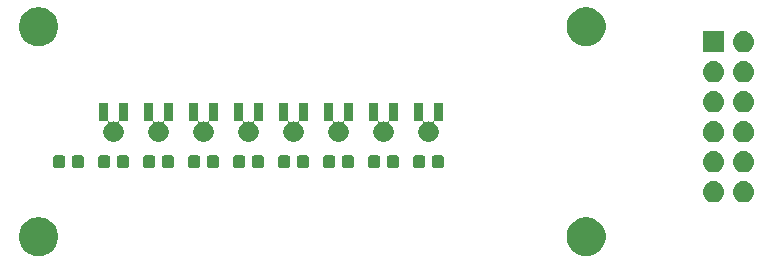
<source format=gts>
G04 #@! TF.GenerationSoftware,KiCad,Pcbnew,5.1.4-e60b266~84~ubuntu18.04.1*
G04 #@! TF.CreationDate,2019-11-10T13:24:48-08:00*
G04 #@! TF.ProjectId,mic,6d69632e-6b69-4636-9164-5f7063625858,rev?*
G04 #@! TF.SameCoordinates,Original*
G04 #@! TF.FileFunction,Soldermask,Top*
G04 #@! TF.FilePolarity,Negative*
%FSLAX46Y46*%
G04 Gerber Fmt 4.6, Leading zero omitted, Abs format (unit mm)*
G04 Created by KiCad (PCBNEW 5.1.4-e60b266~84~ubuntu18.04.1) date 2019-11-10 13:24:48*
%MOMM*%
%LPD*%
G04 APERTURE LIST*
%ADD10C,0.100000*%
G04 APERTURE END LIST*
D10*
G36*
X164840256Y-108881298D02*
G01*
X164946579Y-108902447D01*
X165247042Y-109026903D01*
X165517451Y-109207585D01*
X165747415Y-109437549D01*
X165928097Y-109707958D01*
X166052553Y-110008421D01*
X166116000Y-110327391D01*
X166116000Y-110652609D01*
X166052553Y-110971579D01*
X165928097Y-111272042D01*
X165747415Y-111542451D01*
X165517451Y-111772415D01*
X165247042Y-111953097D01*
X164946579Y-112077553D01*
X164840256Y-112098702D01*
X164627611Y-112141000D01*
X164302389Y-112141000D01*
X164089744Y-112098702D01*
X163983421Y-112077553D01*
X163682958Y-111953097D01*
X163412549Y-111772415D01*
X163182585Y-111542451D01*
X163001903Y-111272042D01*
X162877447Y-110971579D01*
X162814000Y-110652609D01*
X162814000Y-110327391D01*
X162877447Y-110008421D01*
X163001903Y-109707958D01*
X163182585Y-109437549D01*
X163412549Y-109207585D01*
X163682958Y-109026903D01*
X163983421Y-108902447D01*
X164089744Y-108881298D01*
X164302389Y-108839000D01*
X164627611Y-108839000D01*
X164840256Y-108881298D01*
X164840256Y-108881298D01*
G37*
G36*
X118485256Y-108881298D02*
G01*
X118591579Y-108902447D01*
X118892042Y-109026903D01*
X119162451Y-109207585D01*
X119392415Y-109437549D01*
X119573097Y-109707958D01*
X119697553Y-110008421D01*
X119761000Y-110327391D01*
X119761000Y-110652609D01*
X119697553Y-110971579D01*
X119573097Y-111272042D01*
X119392415Y-111542451D01*
X119162451Y-111772415D01*
X118892042Y-111953097D01*
X118591579Y-112077553D01*
X118485256Y-112098702D01*
X118272611Y-112141000D01*
X117947389Y-112141000D01*
X117734744Y-112098702D01*
X117628421Y-112077553D01*
X117327958Y-111953097D01*
X117057549Y-111772415D01*
X116827585Y-111542451D01*
X116646903Y-111272042D01*
X116522447Y-110971579D01*
X116459000Y-110652609D01*
X116459000Y-110327391D01*
X116522447Y-110008421D01*
X116646903Y-109707958D01*
X116827585Y-109437549D01*
X117057549Y-109207585D01*
X117327958Y-109026903D01*
X117628421Y-108902447D01*
X117734744Y-108881298D01*
X117947389Y-108839000D01*
X118272611Y-108839000D01*
X118485256Y-108881298D01*
X118485256Y-108881298D01*
G37*
G36*
X175370443Y-105785519D02*
G01*
X175436627Y-105792037D01*
X175606466Y-105843557D01*
X175762991Y-105927222D01*
X175798729Y-105956552D01*
X175900186Y-106039814D01*
X175983448Y-106141271D01*
X176012778Y-106177009D01*
X176096443Y-106333534D01*
X176147963Y-106503373D01*
X176165359Y-106680000D01*
X176147963Y-106856627D01*
X176096443Y-107026466D01*
X176012778Y-107182991D01*
X175983448Y-107218729D01*
X175900186Y-107320186D01*
X175798729Y-107403448D01*
X175762991Y-107432778D01*
X175606466Y-107516443D01*
X175436627Y-107567963D01*
X175370443Y-107574481D01*
X175304260Y-107581000D01*
X175215740Y-107581000D01*
X175149557Y-107574481D01*
X175083373Y-107567963D01*
X174913534Y-107516443D01*
X174757009Y-107432778D01*
X174721271Y-107403448D01*
X174619814Y-107320186D01*
X174536552Y-107218729D01*
X174507222Y-107182991D01*
X174423557Y-107026466D01*
X174372037Y-106856627D01*
X174354641Y-106680000D01*
X174372037Y-106503373D01*
X174423557Y-106333534D01*
X174507222Y-106177009D01*
X174536552Y-106141271D01*
X174619814Y-106039814D01*
X174721271Y-105956552D01*
X174757009Y-105927222D01*
X174913534Y-105843557D01*
X175083373Y-105792037D01*
X175149557Y-105785519D01*
X175215740Y-105779000D01*
X175304260Y-105779000D01*
X175370443Y-105785519D01*
X175370443Y-105785519D01*
G37*
G36*
X177910443Y-105785519D02*
G01*
X177976627Y-105792037D01*
X178146466Y-105843557D01*
X178302991Y-105927222D01*
X178338729Y-105956552D01*
X178440186Y-106039814D01*
X178523448Y-106141271D01*
X178552778Y-106177009D01*
X178636443Y-106333534D01*
X178687963Y-106503373D01*
X178705359Y-106680000D01*
X178687963Y-106856627D01*
X178636443Y-107026466D01*
X178552778Y-107182991D01*
X178523448Y-107218729D01*
X178440186Y-107320186D01*
X178338729Y-107403448D01*
X178302991Y-107432778D01*
X178146466Y-107516443D01*
X177976627Y-107567963D01*
X177910443Y-107574481D01*
X177844260Y-107581000D01*
X177755740Y-107581000D01*
X177689557Y-107574481D01*
X177623373Y-107567963D01*
X177453534Y-107516443D01*
X177297009Y-107432778D01*
X177261271Y-107403448D01*
X177159814Y-107320186D01*
X177076552Y-107218729D01*
X177047222Y-107182991D01*
X176963557Y-107026466D01*
X176912037Y-106856627D01*
X176894641Y-106680000D01*
X176912037Y-106503373D01*
X176963557Y-106333534D01*
X177047222Y-106177009D01*
X177076552Y-106141271D01*
X177159814Y-106039814D01*
X177261271Y-105956552D01*
X177297009Y-105927222D01*
X177453534Y-105843557D01*
X177623373Y-105792037D01*
X177689557Y-105785519D01*
X177755740Y-105779000D01*
X177844260Y-105779000D01*
X177910443Y-105785519D01*
X177910443Y-105785519D01*
G37*
G36*
X175370443Y-103245519D02*
G01*
X175436627Y-103252037D01*
X175606466Y-103303557D01*
X175762991Y-103387222D01*
X175798729Y-103416552D01*
X175900186Y-103499814D01*
X175983448Y-103601271D01*
X176012778Y-103637009D01*
X176096443Y-103793534D01*
X176147963Y-103963373D01*
X176165359Y-104140000D01*
X176147963Y-104316627D01*
X176096443Y-104486466D01*
X176012778Y-104642991D01*
X175997746Y-104661307D01*
X175900186Y-104780186D01*
X175798729Y-104863448D01*
X175762991Y-104892778D01*
X175606466Y-104976443D01*
X175436627Y-105027963D01*
X175370442Y-105034482D01*
X175304260Y-105041000D01*
X175215740Y-105041000D01*
X175149557Y-105034481D01*
X175083373Y-105027963D01*
X174913534Y-104976443D01*
X174757009Y-104892778D01*
X174721271Y-104863448D01*
X174619814Y-104780186D01*
X174522254Y-104661307D01*
X174507222Y-104642991D01*
X174423557Y-104486466D01*
X174372037Y-104316627D01*
X174354641Y-104140000D01*
X174372037Y-103963373D01*
X174423557Y-103793534D01*
X174507222Y-103637009D01*
X174536552Y-103601271D01*
X174619814Y-103499814D01*
X174721271Y-103416552D01*
X174757009Y-103387222D01*
X174913534Y-103303557D01*
X175083373Y-103252037D01*
X175149558Y-103245518D01*
X175215740Y-103239000D01*
X175304260Y-103239000D01*
X175370443Y-103245519D01*
X175370443Y-103245519D01*
G37*
G36*
X177910443Y-103245519D02*
G01*
X177976627Y-103252037D01*
X178146466Y-103303557D01*
X178302991Y-103387222D01*
X178338729Y-103416552D01*
X178440186Y-103499814D01*
X178523448Y-103601271D01*
X178552778Y-103637009D01*
X178636443Y-103793534D01*
X178687963Y-103963373D01*
X178705359Y-104140000D01*
X178687963Y-104316627D01*
X178636443Y-104486466D01*
X178552778Y-104642991D01*
X178537746Y-104661307D01*
X178440186Y-104780186D01*
X178338729Y-104863448D01*
X178302991Y-104892778D01*
X178146466Y-104976443D01*
X177976627Y-105027963D01*
X177910442Y-105034482D01*
X177844260Y-105041000D01*
X177755740Y-105041000D01*
X177689557Y-105034481D01*
X177623373Y-105027963D01*
X177453534Y-104976443D01*
X177297009Y-104892778D01*
X177261271Y-104863448D01*
X177159814Y-104780186D01*
X177062254Y-104661307D01*
X177047222Y-104642991D01*
X176963557Y-104486466D01*
X176912037Y-104316627D01*
X176894641Y-104140000D01*
X176912037Y-103963373D01*
X176963557Y-103793534D01*
X177047222Y-103637009D01*
X177076552Y-103601271D01*
X177159814Y-103499814D01*
X177261271Y-103416552D01*
X177297009Y-103387222D01*
X177453534Y-103303557D01*
X177623373Y-103252037D01*
X177689558Y-103245518D01*
X177755740Y-103239000D01*
X177844260Y-103239000D01*
X177910443Y-103245519D01*
X177910443Y-103245519D01*
G37*
G36*
X139254591Y-103618085D02*
G01*
X139288569Y-103628393D01*
X139319890Y-103645134D01*
X139347339Y-103667661D01*
X139369866Y-103695110D01*
X139386607Y-103726431D01*
X139396915Y-103760409D01*
X139401000Y-103801890D01*
X139401000Y-104478110D01*
X139396915Y-104519591D01*
X139386607Y-104553569D01*
X139369866Y-104584890D01*
X139347339Y-104612339D01*
X139319890Y-104634866D01*
X139288569Y-104651607D01*
X139254591Y-104661915D01*
X139213110Y-104666000D01*
X138611890Y-104666000D01*
X138570409Y-104661915D01*
X138536431Y-104651607D01*
X138505110Y-104634866D01*
X138477661Y-104612339D01*
X138455134Y-104584890D01*
X138438393Y-104553569D01*
X138428085Y-104519591D01*
X138424000Y-104478110D01*
X138424000Y-103801890D01*
X138428085Y-103760409D01*
X138438393Y-103726431D01*
X138455134Y-103695110D01*
X138477661Y-103667661D01*
X138505110Y-103645134D01*
X138536431Y-103628393D01*
X138570409Y-103618085D01*
X138611890Y-103614000D01*
X139213110Y-103614000D01*
X139254591Y-103618085D01*
X139254591Y-103618085D01*
G37*
G36*
X125589591Y-103618085D02*
G01*
X125623569Y-103628393D01*
X125654890Y-103645134D01*
X125682339Y-103667661D01*
X125704866Y-103695110D01*
X125721607Y-103726431D01*
X125731915Y-103760409D01*
X125736000Y-103801890D01*
X125736000Y-104478110D01*
X125731915Y-104519591D01*
X125721607Y-104553569D01*
X125704866Y-104584890D01*
X125682339Y-104612339D01*
X125654890Y-104634866D01*
X125623569Y-104651607D01*
X125589591Y-104661915D01*
X125548110Y-104666000D01*
X124946890Y-104666000D01*
X124905409Y-104661915D01*
X124871431Y-104651607D01*
X124840110Y-104634866D01*
X124812661Y-104612339D01*
X124790134Y-104584890D01*
X124773393Y-104553569D01*
X124763085Y-104519591D01*
X124759000Y-104478110D01*
X124759000Y-103801890D01*
X124763085Y-103760409D01*
X124773393Y-103726431D01*
X124790134Y-103695110D01*
X124812661Y-103667661D01*
X124840110Y-103645134D01*
X124871431Y-103628393D01*
X124905409Y-103618085D01*
X124946890Y-103614000D01*
X125548110Y-103614000D01*
X125589591Y-103618085D01*
X125589591Y-103618085D01*
G37*
G36*
X137019591Y-103618085D02*
G01*
X137053569Y-103628393D01*
X137084890Y-103645134D01*
X137112339Y-103667661D01*
X137134866Y-103695110D01*
X137151607Y-103726431D01*
X137161915Y-103760409D01*
X137166000Y-103801890D01*
X137166000Y-104478110D01*
X137161915Y-104519591D01*
X137151607Y-104553569D01*
X137134866Y-104584890D01*
X137112339Y-104612339D01*
X137084890Y-104634866D01*
X137053569Y-104651607D01*
X137019591Y-104661915D01*
X136978110Y-104666000D01*
X136376890Y-104666000D01*
X136335409Y-104661915D01*
X136301431Y-104651607D01*
X136270110Y-104634866D01*
X136242661Y-104612339D01*
X136220134Y-104584890D01*
X136203393Y-104553569D01*
X136193085Y-104519591D01*
X136189000Y-104478110D01*
X136189000Y-103801890D01*
X136193085Y-103760409D01*
X136203393Y-103726431D01*
X136220134Y-103695110D01*
X136242661Y-103667661D01*
X136270110Y-103645134D01*
X136301431Y-103628393D01*
X136335409Y-103618085D01*
X136376890Y-103614000D01*
X136978110Y-103614000D01*
X137019591Y-103618085D01*
X137019591Y-103618085D01*
G37*
G36*
X135444591Y-103618085D02*
G01*
X135478569Y-103628393D01*
X135509890Y-103645134D01*
X135537339Y-103667661D01*
X135559866Y-103695110D01*
X135576607Y-103726431D01*
X135586915Y-103760409D01*
X135591000Y-103801890D01*
X135591000Y-104478110D01*
X135586915Y-104519591D01*
X135576607Y-104553569D01*
X135559866Y-104584890D01*
X135537339Y-104612339D01*
X135509890Y-104634866D01*
X135478569Y-104651607D01*
X135444591Y-104661915D01*
X135403110Y-104666000D01*
X134801890Y-104666000D01*
X134760409Y-104661915D01*
X134726431Y-104651607D01*
X134695110Y-104634866D01*
X134667661Y-104612339D01*
X134645134Y-104584890D01*
X134628393Y-104553569D01*
X134618085Y-104519591D01*
X134614000Y-104478110D01*
X134614000Y-103801890D01*
X134618085Y-103760409D01*
X134628393Y-103726431D01*
X134645134Y-103695110D01*
X134667661Y-103667661D01*
X134695110Y-103645134D01*
X134726431Y-103628393D01*
X134760409Y-103618085D01*
X134801890Y-103614000D01*
X135403110Y-103614000D01*
X135444591Y-103618085D01*
X135444591Y-103618085D01*
G37*
G36*
X140829591Y-103618085D02*
G01*
X140863569Y-103628393D01*
X140894890Y-103645134D01*
X140922339Y-103667661D01*
X140944866Y-103695110D01*
X140961607Y-103726431D01*
X140971915Y-103760409D01*
X140976000Y-103801890D01*
X140976000Y-104478110D01*
X140971915Y-104519591D01*
X140961607Y-104553569D01*
X140944866Y-104584890D01*
X140922339Y-104612339D01*
X140894890Y-104634866D01*
X140863569Y-104651607D01*
X140829591Y-104661915D01*
X140788110Y-104666000D01*
X140186890Y-104666000D01*
X140145409Y-104661915D01*
X140111431Y-104651607D01*
X140080110Y-104634866D01*
X140052661Y-104612339D01*
X140030134Y-104584890D01*
X140013393Y-104553569D01*
X140003085Y-104519591D01*
X139999000Y-104478110D01*
X139999000Y-103801890D01*
X140003085Y-103760409D01*
X140013393Y-103726431D01*
X140030134Y-103695110D01*
X140052661Y-103667661D01*
X140080110Y-103645134D01*
X140111431Y-103628393D01*
X140145409Y-103618085D01*
X140186890Y-103614000D01*
X140788110Y-103614000D01*
X140829591Y-103618085D01*
X140829591Y-103618085D01*
G37*
G36*
X152259591Y-103618085D02*
G01*
X152293569Y-103628393D01*
X152324890Y-103645134D01*
X152352339Y-103667661D01*
X152374866Y-103695110D01*
X152391607Y-103726431D01*
X152401915Y-103760409D01*
X152406000Y-103801890D01*
X152406000Y-104478110D01*
X152401915Y-104519591D01*
X152391607Y-104553569D01*
X152374866Y-104584890D01*
X152352339Y-104612339D01*
X152324890Y-104634866D01*
X152293569Y-104651607D01*
X152259591Y-104661915D01*
X152218110Y-104666000D01*
X151616890Y-104666000D01*
X151575409Y-104661915D01*
X151541431Y-104651607D01*
X151510110Y-104634866D01*
X151482661Y-104612339D01*
X151460134Y-104584890D01*
X151443393Y-104553569D01*
X151433085Y-104519591D01*
X151429000Y-104478110D01*
X151429000Y-103801890D01*
X151433085Y-103760409D01*
X151443393Y-103726431D01*
X151460134Y-103695110D01*
X151482661Y-103667661D01*
X151510110Y-103645134D01*
X151541431Y-103628393D01*
X151575409Y-103618085D01*
X151616890Y-103614000D01*
X152218110Y-103614000D01*
X152259591Y-103618085D01*
X152259591Y-103618085D01*
G37*
G36*
X150684591Y-103618085D02*
G01*
X150718569Y-103628393D01*
X150749890Y-103645134D01*
X150777339Y-103667661D01*
X150799866Y-103695110D01*
X150816607Y-103726431D01*
X150826915Y-103760409D01*
X150831000Y-103801890D01*
X150831000Y-104478110D01*
X150826915Y-104519591D01*
X150816607Y-104553569D01*
X150799866Y-104584890D01*
X150777339Y-104612339D01*
X150749890Y-104634866D01*
X150718569Y-104651607D01*
X150684591Y-104661915D01*
X150643110Y-104666000D01*
X150041890Y-104666000D01*
X150000409Y-104661915D01*
X149966431Y-104651607D01*
X149935110Y-104634866D01*
X149907661Y-104612339D01*
X149885134Y-104584890D01*
X149868393Y-104553569D01*
X149858085Y-104519591D01*
X149854000Y-104478110D01*
X149854000Y-103801890D01*
X149858085Y-103760409D01*
X149868393Y-103726431D01*
X149885134Y-103695110D01*
X149907661Y-103667661D01*
X149935110Y-103645134D01*
X149966431Y-103628393D01*
X150000409Y-103618085D01*
X150041890Y-103614000D01*
X150643110Y-103614000D01*
X150684591Y-103618085D01*
X150684591Y-103618085D01*
G37*
G36*
X129399591Y-103618085D02*
G01*
X129433569Y-103628393D01*
X129464890Y-103645134D01*
X129492339Y-103667661D01*
X129514866Y-103695110D01*
X129531607Y-103726431D01*
X129541915Y-103760409D01*
X129546000Y-103801890D01*
X129546000Y-104478110D01*
X129541915Y-104519591D01*
X129531607Y-104553569D01*
X129514866Y-104584890D01*
X129492339Y-104612339D01*
X129464890Y-104634866D01*
X129433569Y-104651607D01*
X129399591Y-104661915D01*
X129358110Y-104666000D01*
X128756890Y-104666000D01*
X128715409Y-104661915D01*
X128681431Y-104651607D01*
X128650110Y-104634866D01*
X128622661Y-104612339D01*
X128600134Y-104584890D01*
X128583393Y-104553569D01*
X128573085Y-104519591D01*
X128569000Y-104478110D01*
X128569000Y-103801890D01*
X128573085Y-103760409D01*
X128583393Y-103726431D01*
X128600134Y-103695110D01*
X128622661Y-103667661D01*
X128650110Y-103645134D01*
X128681431Y-103628393D01*
X128715409Y-103618085D01*
X128756890Y-103614000D01*
X129358110Y-103614000D01*
X129399591Y-103618085D01*
X129399591Y-103618085D01*
G37*
G36*
X127824591Y-103618085D02*
G01*
X127858569Y-103628393D01*
X127889890Y-103645134D01*
X127917339Y-103667661D01*
X127939866Y-103695110D01*
X127956607Y-103726431D01*
X127966915Y-103760409D01*
X127971000Y-103801890D01*
X127971000Y-104478110D01*
X127966915Y-104519591D01*
X127956607Y-104553569D01*
X127939866Y-104584890D01*
X127917339Y-104612339D01*
X127889890Y-104634866D01*
X127858569Y-104651607D01*
X127824591Y-104661915D01*
X127783110Y-104666000D01*
X127181890Y-104666000D01*
X127140409Y-104661915D01*
X127106431Y-104651607D01*
X127075110Y-104634866D01*
X127047661Y-104612339D01*
X127025134Y-104584890D01*
X127008393Y-104553569D01*
X126998085Y-104519591D01*
X126994000Y-104478110D01*
X126994000Y-103801890D01*
X126998085Y-103760409D01*
X127008393Y-103726431D01*
X127025134Y-103695110D01*
X127047661Y-103667661D01*
X127075110Y-103645134D01*
X127106431Y-103628393D01*
X127140409Y-103618085D01*
X127181890Y-103614000D01*
X127783110Y-103614000D01*
X127824591Y-103618085D01*
X127824591Y-103618085D01*
G37*
G36*
X131634591Y-103618085D02*
G01*
X131668569Y-103628393D01*
X131699890Y-103645134D01*
X131727339Y-103667661D01*
X131749866Y-103695110D01*
X131766607Y-103726431D01*
X131776915Y-103760409D01*
X131781000Y-103801890D01*
X131781000Y-104478110D01*
X131776915Y-104519591D01*
X131766607Y-104553569D01*
X131749866Y-104584890D01*
X131727339Y-104612339D01*
X131699890Y-104634866D01*
X131668569Y-104651607D01*
X131634591Y-104661915D01*
X131593110Y-104666000D01*
X130991890Y-104666000D01*
X130950409Y-104661915D01*
X130916431Y-104651607D01*
X130885110Y-104634866D01*
X130857661Y-104612339D01*
X130835134Y-104584890D01*
X130818393Y-104553569D01*
X130808085Y-104519591D01*
X130804000Y-104478110D01*
X130804000Y-103801890D01*
X130808085Y-103760409D01*
X130818393Y-103726431D01*
X130835134Y-103695110D01*
X130857661Y-103667661D01*
X130885110Y-103645134D01*
X130916431Y-103628393D01*
X130950409Y-103618085D01*
X130991890Y-103614000D01*
X131593110Y-103614000D01*
X131634591Y-103618085D01*
X131634591Y-103618085D01*
G37*
G36*
X144639591Y-103618085D02*
G01*
X144673569Y-103628393D01*
X144704890Y-103645134D01*
X144732339Y-103667661D01*
X144754866Y-103695110D01*
X144771607Y-103726431D01*
X144781915Y-103760409D01*
X144786000Y-103801890D01*
X144786000Y-104478110D01*
X144781915Y-104519591D01*
X144771607Y-104553569D01*
X144754866Y-104584890D01*
X144732339Y-104612339D01*
X144704890Y-104634866D01*
X144673569Y-104651607D01*
X144639591Y-104661915D01*
X144598110Y-104666000D01*
X143996890Y-104666000D01*
X143955409Y-104661915D01*
X143921431Y-104651607D01*
X143890110Y-104634866D01*
X143862661Y-104612339D01*
X143840134Y-104584890D01*
X143823393Y-104553569D01*
X143813085Y-104519591D01*
X143809000Y-104478110D01*
X143809000Y-103801890D01*
X143813085Y-103760409D01*
X143823393Y-103726431D01*
X143840134Y-103695110D01*
X143862661Y-103667661D01*
X143890110Y-103645134D01*
X143921431Y-103628393D01*
X143955409Y-103618085D01*
X143996890Y-103614000D01*
X144598110Y-103614000D01*
X144639591Y-103618085D01*
X144639591Y-103618085D01*
G37*
G36*
X143064591Y-103618085D02*
G01*
X143098569Y-103628393D01*
X143129890Y-103645134D01*
X143157339Y-103667661D01*
X143179866Y-103695110D01*
X143196607Y-103726431D01*
X143206915Y-103760409D01*
X143211000Y-103801890D01*
X143211000Y-104478110D01*
X143206915Y-104519591D01*
X143196607Y-104553569D01*
X143179866Y-104584890D01*
X143157339Y-104612339D01*
X143129890Y-104634866D01*
X143098569Y-104651607D01*
X143064591Y-104661915D01*
X143023110Y-104666000D01*
X142421890Y-104666000D01*
X142380409Y-104661915D01*
X142346431Y-104651607D01*
X142315110Y-104634866D01*
X142287661Y-104612339D01*
X142265134Y-104584890D01*
X142248393Y-104553569D01*
X142238085Y-104519591D01*
X142234000Y-104478110D01*
X142234000Y-103801890D01*
X142238085Y-103760409D01*
X142248393Y-103726431D01*
X142265134Y-103695110D01*
X142287661Y-103667661D01*
X142315110Y-103645134D01*
X142346431Y-103628393D01*
X142380409Y-103618085D01*
X142421890Y-103614000D01*
X143023110Y-103614000D01*
X143064591Y-103618085D01*
X143064591Y-103618085D01*
G37*
G36*
X133209591Y-103618085D02*
G01*
X133243569Y-103628393D01*
X133274890Y-103645134D01*
X133302339Y-103667661D01*
X133324866Y-103695110D01*
X133341607Y-103726431D01*
X133351915Y-103760409D01*
X133356000Y-103801890D01*
X133356000Y-104478110D01*
X133351915Y-104519591D01*
X133341607Y-104553569D01*
X133324866Y-104584890D01*
X133302339Y-104612339D01*
X133274890Y-104634866D01*
X133243569Y-104651607D01*
X133209591Y-104661915D01*
X133168110Y-104666000D01*
X132566890Y-104666000D01*
X132525409Y-104661915D01*
X132491431Y-104651607D01*
X132460110Y-104634866D01*
X132432661Y-104612339D01*
X132410134Y-104584890D01*
X132393393Y-104553569D01*
X132383085Y-104519591D01*
X132379000Y-104478110D01*
X132379000Y-103801890D01*
X132383085Y-103760409D01*
X132393393Y-103726431D01*
X132410134Y-103695110D01*
X132432661Y-103667661D01*
X132460110Y-103645134D01*
X132491431Y-103628393D01*
X132525409Y-103618085D01*
X132566890Y-103614000D01*
X133168110Y-103614000D01*
X133209591Y-103618085D01*
X133209591Y-103618085D01*
G37*
G36*
X148449591Y-103618085D02*
G01*
X148483569Y-103628393D01*
X148514890Y-103645134D01*
X148542339Y-103667661D01*
X148564866Y-103695110D01*
X148581607Y-103726431D01*
X148591915Y-103760409D01*
X148596000Y-103801890D01*
X148596000Y-104478110D01*
X148591915Y-104519591D01*
X148581607Y-104553569D01*
X148564866Y-104584890D01*
X148542339Y-104612339D01*
X148514890Y-104634866D01*
X148483569Y-104651607D01*
X148449591Y-104661915D01*
X148408110Y-104666000D01*
X147806890Y-104666000D01*
X147765409Y-104661915D01*
X147731431Y-104651607D01*
X147700110Y-104634866D01*
X147672661Y-104612339D01*
X147650134Y-104584890D01*
X147633393Y-104553569D01*
X147623085Y-104519591D01*
X147619000Y-104478110D01*
X147619000Y-103801890D01*
X147623085Y-103760409D01*
X147633393Y-103726431D01*
X147650134Y-103695110D01*
X147672661Y-103667661D01*
X147700110Y-103645134D01*
X147731431Y-103628393D01*
X147765409Y-103618085D01*
X147806890Y-103614000D01*
X148408110Y-103614000D01*
X148449591Y-103618085D01*
X148449591Y-103618085D01*
G37*
G36*
X146874591Y-103618085D02*
G01*
X146908569Y-103628393D01*
X146939890Y-103645134D01*
X146967339Y-103667661D01*
X146989866Y-103695110D01*
X147006607Y-103726431D01*
X147016915Y-103760409D01*
X147021000Y-103801890D01*
X147021000Y-104478110D01*
X147016915Y-104519591D01*
X147006607Y-104553569D01*
X146989866Y-104584890D01*
X146967339Y-104612339D01*
X146939890Y-104634866D01*
X146908569Y-104651607D01*
X146874591Y-104661915D01*
X146833110Y-104666000D01*
X146231890Y-104666000D01*
X146190409Y-104661915D01*
X146156431Y-104651607D01*
X146125110Y-104634866D01*
X146097661Y-104612339D01*
X146075134Y-104584890D01*
X146058393Y-104553569D01*
X146048085Y-104519591D01*
X146044000Y-104478110D01*
X146044000Y-103801890D01*
X146048085Y-103760409D01*
X146058393Y-103726431D01*
X146075134Y-103695110D01*
X146097661Y-103667661D01*
X146125110Y-103645134D01*
X146156431Y-103628393D01*
X146190409Y-103618085D01*
X146231890Y-103614000D01*
X146833110Y-103614000D01*
X146874591Y-103618085D01*
X146874591Y-103618085D01*
G37*
G36*
X121779591Y-103618085D02*
G01*
X121813569Y-103628393D01*
X121844890Y-103645134D01*
X121872339Y-103667661D01*
X121894866Y-103695110D01*
X121911607Y-103726431D01*
X121921915Y-103760409D01*
X121926000Y-103801890D01*
X121926000Y-104478110D01*
X121921915Y-104519591D01*
X121911607Y-104553569D01*
X121894866Y-104584890D01*
X121872339Y-104612339D01*
X121844890Y-104634866D01*
X121813569Y-104651607D01*
X121779591Y-104661915D01*
X121738110Y-104666000D01*
X121136890Y-104666000D01*
X121095409Y-104661915D01*
X121061431Y-104651607D01*
X121030110Y-104634866D01*
X121002661Y-104612339D01*
X120980134Y-104584890D01*
X120963393Y-104553569D01*
X120953085Y-104519591D01*
X120949000Y-104478110D01*
X120949000Y-103801890D01*
X120953085Y-103760409D01*
X120963393Y-103726431D01*
X120980134Y-103695110D01*
X121002661Y-103667661D01*
X121030110Y-103645134D01*
X121061431Y-103628393D01*
X121095409Y-103618085D01*
X121136890Y-103614000D01*
X121738110Y-103614000D01*
X121779591Y-103618085D01*
X121779591Y-103618085D01*
G37*
G36*
X120204591Y-103618085D02*
G01*
X120238569Y-103628393D01*
X120269890Y-103645134D01*
X120297339Y-103667661D01*
X120319866Y-103695110D01*
X120336607Y-103726431D01*
X120346915Y-103760409D01*
X120351000Y-103801890D01*
X120351000Y-104478110D01*
X120346915Y-104519591D01*
X120336607Y-104553569D01*
X120319866Y-104584890D01*
X120297339Y-104612339D01*
X120269890Y-104634866D01*
X120238569Y-104651607D01*
X120204591Y-104661915D01*
X120163110Y-104666000D01*
X119561890Y-104666000D01*
X119520409Y-104661915D01*
X119486431Y-104651607D01*
X119455110Y-104634866D01*
X119427661Y-104612339D01*
X119405134Y-104584890D01*
X119388393Y-104553569D01*
X119378085Y-104519591D01*
X119374000Y-104478110D01*
X119374000Y-103801890D01*
X119378085Y-103760409D01*
X119388393Y-103726431D01*
X119405134Y-103695110D01*
X119427661Y-103667661D01*
X119455110Y-103645134D01*
X119486431Y-103628393D01*
X119520409Y-103618085D01*
X119561890Y-103614000D01*
X120163110Y-103614000D01*
X120204591Y-103618085D01*
X120204591Y-103618085D01*
G37*
G36*
X124014591Y-103618085D02*
G01*
X124048569Y-103628393D01*
X124079890Y-103645134D01*
X124107339Y-103667661D01*
X124129866Y-103695110D01*
X124146607Y-103726431D01*
X124156915Y-103760409D01*
X124161000Y-103801890D01*
X124161000Y-104478110D01*
X124156915Y-104519591D01*
X124146607Y-104553569D01*
X124129866Y-104584890D01*
X124107339Y-104612339D01*
X124079890Y-104634866D01*
X124048569Y-104651607D01*
X124014591Y-104661915D01*
X123973110Y-104666000D01*
X123371890Y-104666000D01*
X123330409Y-104661915D01*
X123296431Y-104651607D01*
X123265110Y-104634866D01*
X123237661Y-104612339D01*
X123215134Y-104584890D01*
X123198393Y-104553569D01*
X123188085Y-104519591D01*
X123184000Y-104478110D01*
X123184000Y-103801890D01*
X123188085Y-103760409D01*
X123198393Y-103726431D01*
X123215134Y-103695110D01*
X123237661Y-103667661D01*
X123265110Y-103645134D01*
X123296431Y-103628393D01*
X123330409Y-103618085D01*
X123371890Y-103614000D01*
X123973110Y-103614000D01*
X124014591Y-103618085D01*
X124014591Y-103618085D01*
G37*
G36*
X177910443Y-100705519D02*
G01*
X177976627Y-100712037D01*
X178146466Y-100763557D01*
X178302991Y-100847222D01*
X178311792Y-100854445D01*
X178440186Y-100959814D01*
X178523105Y-101060853D01*
X178552778Y-101097009D01*
X178552779Y-101097011D01*
X178604317Y-101193430D01*
X178636443Y-101253534D01*
X178687963Y-101423373D01*
X178705359Y-101600000D01*
X178687963Y-101776627D01*
X178653724Y-101889497D01*
X178636442Y-101946468D01*
X178598783Y-102016922D01*
X178552778Y-102102991D01*
X178523448Y-102138729D01*
X178440186Y-102240186D01*
X178338729Y-102323448D01*
X178302991Y-102352778D01*
X178146466Y-102436443D01*
X177976627Y-102487963D01*
X177910442Y-102494482D01*
X177844260Y-102501000D01*
X177755740Y-102501000D01*
X177689558Y-102494482D01*
X177623373Y-102487963D01*
X177453534Y-102436443D01*
X177297009Y-102352778D01*
X177261271Y-102323448D01*
X177159814Y-102240186D01*
X177076552Y-102138729D01*
X177047222Y-102102991D01*
X177001217Y-102016922D01*
X176963558Y-101946468D01*
X176946276Y-101889497D01*
X176912037Y-101776627D01*
X176894641Y-101600000D01*
X176912037Y-101423373D01*
X176963557Y-101253534D01*
X176995684Y-101193430D01*
X177047221Y-101097011D01*
X177047222Y-101097009D01*
X177076895Y-101060853D01*
X177159814Y-100959814D01*
X177288208Y-100854445D01*
X177297009Y-100847222D01*
X177453534Y-100763557D01*
X177623373Y-100712037D01*
X177689557Y-100705519D01*
X177755740Y-100699000D01*
X177844260Y-100699000D01*
X177910443Y-100705519D01*
X177910443Y-100705519D01*
G37*
G36*
X175370443Y-100705519D02*
G01*
X175436627Y-100712037D01*
X175606466Y-100763557D01*
X175762991Y-100847222D01*
X175771792Y-100854445D01*
X175900186Y-100959814D01*
X175983105Y-101060853D01*
X176012778Y-101097009D01*
X176012779Y-101097011D01*
X176064317Y-101193430D01*
X176096443Y-101253534D01*
X176147963Y-101423373D01*
X176165359Y-101600000D01*
X176147963Y-101776627D01*
X176113724Y-101889497D01*
X176096442Y-101946468D01*
X176058783Y-102016922D01*
X176012778Y-102102991D01*
X175983448Y-102138729D01*
X175900186Y-102240186D01*
X175798729Y-102323448D01*
X175762991Y-102352778D01*
X175606466Y-102436443D01*
X175436627Y-102487963D01*
X175370442Y-102494482D01*
X175304260Y-102501000D01*
X175215740Y-102501000D01*
X175149558Y-102494482D01*
X175083373Y-102487963D01*
X174913534Y-102436443D01*
X174757009Y-102352778D01*
X174721271Y-102323448D01*
X174619814Y-102240186D01*
X174536552Y-102138729D01*
X174507222Y-102102991D01*
X174461217Y-102016922D01*
X174423558Y-101946468D01*
X174406276Y-101889497D01*
X174372037Y-101776627D01*
X174354641Y-101600000D01*
X174372037Y-101423373D01*
X174423557Y-101253534D01*
X174455684Y-101193430D01*
X174507221Y-101097011D01*
X174507222Y-101097009D01*
X174536895Y-101060853D01*
X174619814Y-100959814D01*
X174748208Y-100854445D01*
X174757009Y-100847222D01*
X174913534Y-100763557D01*
X175083373Y-100712037D01*
X175149557Y-100705519D01*
X175215740Y-100699000D01*
X175304260Y-100699000D01*
X175370443Y-100705519D01*
X175370443Y-100705519D01*
G37*
G36*
X146896000Y-100657722D02*
G01*
X146898402Y-100682108D01*
X146905515Y-100705557D01*
X146917066Y-100727168D01*
X146932611Y-100746110D01*
X146951553Y-100761655D01*
X146973164Y-100773206D01*
X146996613Y-100780319D01*
X147020999Y-100782721D01*
X147045385Y-100780319D01*
X147057285Y-100777338D01*
X147080050Y-100770432D01*
X147224221Y-100741754D01*
X147246501Y-100739560D01*
X147393499Y-100739560D01*
X147415779Y-100741754D01*
X147559950Y-100770432D01*
X147582715Y-100777338D01*
X147606748Y-100782119D01*
X147631252Y-100782119D01*
X147655285Y-100777339D01*
X147677924Y-100767962D01*
X147698299Y-100754348D01*
X147715626Y-100737021D01*
X147729240Y-100716647D01*
X147738617Y-100694008D01*
X147743398Y-100669975D01*
X147744000Y-100657722D01*
X147744000Y-99214000D01*
X148571000Y-99214000D01*
X148571000Y-100660000D01*
X147874007Y-100660000D01*
X147849621Y-100662402D01*
X147826172Y-100669515D01*
X147804561Y-100681066D01*
X147785619Y-100696611D01*
X147770074Y-100715553D01*
X147758523Y-100737164D01*
X147751410Y-100760613D01*
X147749008Y-100784999D01*
X147751410Y-100809385D01*
X147758523Y-100832834D01*
X147770074Y-100854445D01*
X147785619Y-100873387D01*
X147804562Y-100888932D01*
X147859143Y-100925402D01*
X147876452Y-100939606D01*
X147980394Y-101043548D01*
X147994595Y-101060853D01*
X148076263Y-101183078D01*
X148086817Y-101202823D01*
X148143070Y-101338631D01*
X148149568Y-101360050D01*
X148178246Y-101504221D01*
X148180440Y-101526501D01*
X148180440Y-101673499D01*
X148178246Y-101695779D01*
X148149568Y-101839950D01*
X148143070Y-101861369D01*
X148086817Y-101997177D01*
X148076263Y-102016922D01*
X147994595Y-102139147D01*
X147980394Y-102156452D01*
X147876452Y-102260394D01*
X147859147Y-102274595D01*
X147736922Y-102356263D01*
X147717177Y-102366817D01*
X147581369Y-102423070D01*
X147559950Y-102429568D01*
X147415779Y-102458246D01*
X147393499Y-102460440D01*
X147367085Y-102460440D01*
X147354830Y-102461042D01*
X147344705Y-102462039D01*
X147344702Y-102462040D01*
X147334703Y-102463025D01*
X147334700Y-102463025D01*
X147328559Y-102463630D01*
X147311441Y-102463630D01*
X147305300Y-102463025D01*
X147305297Y-102463025D01*
X147295298Y-102462040D01*
X147295295Y-102462039D01*
X147285170Y-102461042D01*
X147272915Y-102460440D01*
X147246501Y-102460440D01*
X147224221Y-102458246D01*
X147080050Y-102429568D01*
X147058631Y-102423070D01*
X146922823Y-102366817D01*
X146903078Y-102356263D01*
X146780853Y-102274595D01*
X146763548Y-102260394D01*
X146659606Y-102156452D01*
X146645405Y-102139147D01*
X146563737Y-102016922D01*
X146553183Y-101997177D01*
X146496930Y-101861369D01*
X146490432Y-101839950D01*
X146461754Y-101695779D01*
X146459560Y-101673499D01*
X146459560Y-101526501D01*
X146461754Y-101504221D01*
X146490432Y-101360050D01*
X146496930Y-101338631D01*
X146553183Y-101202823D01*
X146563737Y-101183078D01*
X146645405Y-101060853D01*
X146659606Y-101043548D01*
X146763548Y-100939606D01*
X146780857Y-100925402D01*
X146835438Y-100888932D01*
X146854380Y-100873387D01*
X146869926Y-100854445D01*
X146881477Y-100832834D01*
X146888590Y-100809385D01*
X146890992Y-100784999D01*
X146888590Y-100760613D01*
X146881477Y-100737164D01*
X146869926Y-100715554D01*
X146854381Y-100696612D01*
X146835439Y-100681066D01*
X146813828Y-100669515D01*
X146790379Y-100662402D01*
X146765993Y-100660000D01*
X146069000Y-100660000D01*
X146069000Y-99214000D01*
X146896000Y-99214000D01*
X146896000Y-100657722D01*
X146896000Y-100657722D01*
G37*
G36*
X139276000Y-100657722D02*
G01*
X139278402Y-100682108D01*
X139285515Y-100705557D01*
X139297066Y-100727168D01*
X139312611Y-100746110D01*
X139331553Y-100761655D01*
X139353164Y-100773206D01*
X139376613Y-100780319D01*
X139400999Y-100782721D01*
X139425385Y-100780319D01*
X139437285Y-100777338D01*
X139460050Y-100770432D01*
X139604221Y-100741754D01*
X139626501Y-100739560D01*
X139773499Y-100739560D01*
X139795779Y-100741754D01*
X139939950Y-100770432D01*
X139962715Y-100777338D01*
X139986748Y-100782119D01*
X140011252Y-100782119D01*
X140035285Y-100777339D01*
X140057924Y-100767962D01*
X140078299Y-100754348D01*
X140095626Y-100737021D01*
X140109240Y-100716647D01*
X140118617Y-100694008D01*
X140123398Y-100669975D01*
X140124000Y-100657722D01*
X140124000Y-99214000D01*
X140951000Y-99214000D01*
X140951000Y-100660000D01*
X140254007Y-100660000D01*
X140229621Y-100662402D01*
X140206172Y-100669515D01*
X140184561Y-100681066D01*
X140165619Y-100696611D01*
X140150074Y-100715553D01*
X140138523Y-100737164D01*
X140131410Y-100760613D01*
X140129008Y-100784999D01*
X140131410Y-100809385D01*
X140138523Y-100832834D01*
X140150074Y-100854445D01*
X140165619Y-100873387D01*
X140184562Y-100888932D01*
X140239143Y-100925402D01*
X140256452Y-100939606D01*
X140360394Y-101043548D01*
X140374595Y-101060853D01*
X140456263Y-101183078D01*
X140466817Y-101202823D01*
X140523070Y-101338631D01*
X140529568Y-101360050D01*
X140558246Y-101504221D01*
X140560440Y-101526501D01*
X140560440Y-101673499D01*
X140558246Y-101695779D01*
X140529568Y-101839950D01*
X140523070Y-101861369D01*
X140466817Y-101997177D01*
X140456263Y-102016922D01*
X140374595Y-102139147D01*
X140360394Y-102156452D01*
X140256452Y-102260394D01*
X140239147Y-102274595D01*
X140116922Y-102356263D01*
X140097177Y-102366817D01*
X139961369Y-102423070D01*
X139939950Y-102429568D01*
X139795779Y-102458246D01*
X139773499Y-102460440D01*
X139747085Y-102460440D01*
X139734830Y-102461042D01*
X139724705Y-102462039D01*
X139724702Y-102462040D01*
X139714703Y-102463025D01*
X139714700Y-102463025D01*
X139708559Y-102463630D01*
X139691441Y-102463630D01*
X139685300Y-102463025D01*
X139685297Y-102463025D01*
X139675298Y-102462040D01*
X139675295Y-102462039D01*
X139665170Y-102461042D01*
X139652915Y-102460440D01*
X139626501Y-102460440D01*
X139604221Y-102458246D01*
X139460050Y-102429568D01*
X139438631Y-102423070D01*
X139302823Y-102366817D01*
X139283078Y-102356263D01*
X139160853Y-102274595D01*
X139143548Y-102260394D01*
X139039606Y-102156452D01*
X139025405Y-102139147D01*
X138943737Y-102016922D01*
X138933183Y-101997177D01*
X138876930Y-101861369D01*
X138870432Y-101839950D01*
X138841754Y-101695779D01*
X138839560Y-101673499D01*
X138839560Y-101526501D01*
X138841754Y-101504221D01*
X138870432Y-101360050D01*
X138876930Y-101338631D01*
X138933183Y-101202823D01*
X138943737Y-101183078D01*
X139025405Y-101060853D01*
X139039606Y-101043548D01*
X139143548Y-100939606D01*
X139160857Y-100925402D01*
X139215438Y-100888932D01*
X139234380Y-100873387D01*
X139249926Y-100854445D01*
X139261477Y-100832834D01*
X139268590Y-100809385D01*
X139270992Y-100784999D01*
X139268590Y-100760613D01*
X139261477Y-100737164D01*
X139249926Y-100715554D01*
X139234381Y-100696612D01*
X139215439Y-100681066D01*
X139193828Y-100669515D01*
X139170379Y-100662402D01*
X139145993Y-100660000D01*
X138449000Y-100660000D01*
X138449000Y-99214000D01*
X139276000Y-99214000D01*
X139276000Y-100657722D01*
X139276000Y-100657722D01*
G37*
G36*
X143086000Y-100657722D02*
G01*
X143088402Y-100682108D01*
X143095515Y-100705557D01*
X143107066Y-100727168D01*
X143122611Y-100746110D01*
X143141553Y-100761655D01*
X143163164Y-100773206D01*
X143186613Y-100780319D01*
X143210999Y-100782721D01*
X143235385Y-100780319D01*
X143247285Y-100777338D01*
X143270050Y-100770432D01*
X143414221Y-100741754D01*
X143436501Y-100739560D01*
X143583499Y-100739560D01*
X143605779Y-100741754D01*
X143749950Y-100770432D01*
X143772715Y-100777338D01*
X143796748Y-100782119D01*
X143821252Y-100782119D01*
X143845285Y-100777339D01*
X143867924Y-100767962D01*
X143888299Y-100754348D01*
X143905626Y-100737021D01*
X143919240Y-100716647D01*
X143928617Y-100694008D01*
X143933398Y-100669975D01*
X143934000Y-100657722D01*
X143934000Y-99214000D01*
X144761000Y-99214000D01*
X144761000Y-100660000D01*
X144064007Y-100660000D01*
X144039621Y-100662402D01*
X144016172Y-100669515D01*
X143994561Y-100681066D01*
X143975619Y-100696611D01*
X143960074Y-100715553D01*
X143948523Y-100737164D01*
X143941410Y-100760613D01*
X143939008Y-100784999D01*
X143941410Y-100809385D01*
X143948523Y-100832834D01*
X143960074Y-100854445D01*
X143975619Y-100873387D01*
X143994562Y-100888932D01*
X144049143Y-100925402D01*
X144066452Y-100939606D01*
X144170394Y-101043548D01*
X144184595Y-101060853D01*
X144266263Y-101183078D01*
X144276817Y-101202823D01*
X144333070Y-101338631D01*
X144339568Y-101360050D01*
X144368246Y-101504221D01*
X144370440Y-101526501D01*
X144370440Y-101673499D01*
X144368246Y-101695779D01*
X144339568Y-101839950D01*
X144333070Y-101861369D01*
X144276817Y-101997177D01*
X144266263Y-102016922D01*
X144184595Y-102139147D01*
X144170394Y-102156452D01*
X144066452Y-102260394D01*
X144049147Y-102274595D01*
X143926922Y-102356263D01*
X143907177Y-102366817D01*
X143771369Y-102423070D01*
X143749950Y-102429568D01*
X143605779Y-102458246D01*
X143583499Y-102460440D01*
X143557085Y-102460440D01*
X143544830Y-102461042D01*
X143534705Y-102462039D01*
X143534702Y-102462040D01*
X143524703Y-102463025D01*
X143524700Y-102463025D01*
X143518559Y-102463630D01*
X143501441Y-102463630D01*
X143495300Y-102463025D01*
X143495297Y-102463025D01*
X143485298Y-102462040D01*
X143485295Y-102462039D01*
X143475170Y-102461042D01*
X143462915Y-102460440D01*
X143436501Y-102460440D01*
X143414221Y-102458246D01*
X143270050Y-102429568D01*
X143248631Y-102423070D01*
X143112823Y-102366817D01*
X143093078Y-102356263D01*
X142970853Y-102274595D01*
X142953548Y-102260394D01*
X142849606Y-102156452D01*
X142835405Y-102139147D01*
X142753737Y-102016922D01*
X142743183Y-101997177D01*
X142686930Y-101861369D01*
X142680432Y-101839950D01*
X142651754Y-101695779D01*
X142649560Y-101673499D01*
X142649560Y-101526501D01*
X142651754Y-101504221D01*
X142680432Y-101360050D01*
X142686930Y-101338631D01*
X142743183Y-101202823D01*
X142753737Y-101183078D01*
X142835405Y-101060853D01*
X142849606Y-101043548D01*
X142953548Y-100939606D01*
X142970857Y-100925402D01*
X143025438Y-100888932D01*
X143044380Y-100873387D01*
X143059926Y-100854445D01*
X143071477Y-100832834D01*
X143078590Y-100809385D01*
X143080992Y-100784999D01*
X143078590Y-100760613D01*
X143071477Y-100737164D01*
X143059926Y-100715554D01*
X143044381Y-100696612D01*
X143025439Y-100681066D01*
X143003828Y-100669515D01*
X142980379Y-100662402D01*
X142955993Y-100660000D01*
X142259000Y-100660000D01*
X142259000Y-99214000D01*
X143086000Y-99214000D01*
X143086000Y-100657722D01*
X143086000Y-100657722D01*
G37*
G36*
X150706000Y-100657722D02*
G01*
X150708402Y-100682108D01*
X150715515Y-100705557D01*
X150727066Y-100727168D01*
X150742611Y-100746110D01*
X150761553Y-100761655D01*
X150783164Y-100773206D01*
X150806613Y-100780319D01*
X150830999Y-100782721D01*
X150855385Y-100780319D01*
X150867285Y-100777338D01*
X150890050Y-100770432D01*
X151034221Y-100741754D01*
X151056501Y-100739560D01*
X151203499Y-100739560D01*
X151225779Y-100741754D01*
X151369950Y-100770432D01*
X151392715Y-100777338D01*
X151416748Y-100782119D01*
X151441252Y-100782119D01*
X151465285Y-100777339D01*
X151487924Y-100767962D01*
X151508299Y-100754348D01*
X151525626Y-100737021D01*
X151539240Y-100716647D01*
X151548617Y-100694008D01*
X151553398Y-100669975D01*
X151554000Y-100657722D01*
X151554000Y-99214000D01*
X152381000Y-99214000D01*
X152381000Y-100660000D01*
X151684007Y-100660000D01*
X151659621Y-100662402D01*
X151636172Y-100669515D01*
X151614561Y-100681066D01*
X151595619Y-100696611D01*
X151580074Y-100715553D01*
X151568523Y-100737164D01*
X151561410Y-100760613D01*
X151559008Y-100784999D01*
X151561410Y-100809385D01*
X151568523Y-100832834D01*
X151580074Y-100854445D01*
X151595619Y-100873387D01*
X151614562Y-100888932D01*
X151669143Y-100925402D01*
X151686452Y-100939606D01*
X151790394Y-101043548D01*
X151804595Y-101060853D01*
X151886263Y-101183078D01*
X151896817Y-101202823D01*
X151953070Y-101338631D01*
X151959568Y-101360050D01*
X151988246Y-101504221D01*
X151990440Y-101526501D01*
X151990440Y-101673499D01*
X151988246Y-101695779D01*
X151959568Y-101839950D01*
X151953070Y-101861369D01*
X151896817Y-101997177D01*
X151886263Y-102016922D01*
X151804595Y-102139147D01*
X151790394Y-102156452D01*
X151686452Y-102260394D01*
X151669147Y-102274595D01*
X151546922Y-102356263D01*
X151527177Y-102366817D01*
X151391369Y-102423070D01*
X151369950Y-102429568D01*
X151225779Y-102458246D01*
X151203499Y-102460440D01*
X151177085Y-102460440D01*
X151164830Y-102461042D01*
X151154705Y-102462039D01*
X151154702Y-102462040D01*
X151144703Y-102463025D01*
X151144700Y-102463025D01*
X151138559Y-102463630D01*
X151121441Y-102463630D01*
X151115300Y-102463025D01*
X151115297Y-102463025D01*
X151105298Y-102462040D01*
X151105295Y-102462039D01*
X151095170Y-102461042D01*
X151082915Y-102460440D01*
X151056501Y-102460440D01*
X151034221Y-102458246D01*
X150890050Y-102429568D01*
X150868631Y-102423070D01*
X150732823Y-102366817D01*
X150713078Y-102356263D01*
X150590853Y-102274595D01*
X150573548Y-102260394D01*
X150469606Y-102156452D01*
X150455405Y-102139147D01*
X150373737Y-102016922D01*
X150363183Y-101997177D01*
X150306930Y-101861369D01*
X150300432Y-101839950D01*
X150271754Y-101695779D01*
X150269560Y-101673499D01*
X150269560Y-101526501D01*
X150271754Y-101504221D01*
X150300432Y-101360050D01*
X150306930Y-101338631D01*
X150363183Y-101202823D01*
X150373737Y-101183078D01*
X150455405Y-101060853D01*
X150469606Y-101043548D01*
X150573548Y-100939606D01*
X150590857Y-100925402D01*
X150645438Y-100888932D01*
X150664380Y-100873387D01*
X150679926Y-100854445D01*
X150691477Y-100832834D01*
X150698590Y-100809385D01*
X150700992Y-100784999D01*
X150698590Y-100760613D01*
X150691477Y-100737164D01*
X150679926Y-100715554D01*
X150664381Y-100696612D01*
X150645439Y-100681066D01*
X150623828Y-100669515D01*
X150600379Y-100662402D01*
X150575993Y-100660000D01*
X149879000Y-100660000D01*
X149879000Y-99214000D01*
X150706000Y-99214000D01*
X150706000Y-100657722D01*
X150706000Y-100657722D01*
G37*
G36*
X131656000Y-100657722D02*
G01*
X131658402Y-100682108D01*
X131665515Y-100705557D01*
X131677066Y-100727168D01*
X131692611Y-100746110D01*
X131711553Y-100761655D01*
X131733164Y-100773206D01*
X131756613Y-100780319D01*
X131780999Y-100782721D01*
X131805385Y-100780319D01*
X131817285Y-100777338D01*
X131840050Y-100770432D01*
X131984221Y-100741754D01*
X132006501Y-100739560D01*
X132153499Y-100739560D01*
X132175779Y-100741754D01*
X132319950Y-100770432D01*
X132342715Y-100777338D01*
X132366748Y-100782119D01*
X132391252Y-100782119D01*
X132415285Y-100777339D01*
X132437924Y-100767962D01*
X132458299Y-100754348D01*
X132475626Y-100737021D01*
X132489240Y-100716647D01*
X132498617Y-100694008D01*
X132503398Y-100669975D01*
X132504000Y-100657722D01*
X132504000Y-99214000D01*
X133331000Y-99214000D01*
X133331000Y-100660000D01*
X132634007Y-100660000D01*
X132609621Y-100662402D01*
X132586172Y-100669515D01*
X132564561Y-100681066D01*
X132545619Y-100696611D01*
X132530074Y-100715553D01*
X132518523Y-100737164D01*
X132511410Y-100760613D01*
X132509008Y-100784999D01*
X132511410Y-100809385D01*
X132518523Y-100832834D01*
X132530074Y-100854445D01*
X132545619Y-100873387D01*
X132564562Y-100888932D01*
X132619143Y-100925402D01*
X132636452Y-100939606D01*
X132740394Y-101043548D01*
X132754595Y-101060853D01*
X132836263Y-101183078D01*
X132846817Y-101202823D01*
X132903070Y-101338631D01*
X132909568Y-101360050D01*
X132938246Y-101504221D01*
X132940440Y-101526501D01*
X132940440Y-101673499D01*
X132938246Y-101695779D01*
X132909568Y-101839950D01*
X132903070Y-101861369D01*
X132846817Y-101997177D01*
X132836263Y-102016922D01*
X132754595Y-102139147D01*
X132740394Y-102156452D01*
X132636452Y-102260394D01*
X132619147Y-102274595D01*
X132496922Y-102356263D01*
X132477177Y-102366817D01*
X132341369Y-102423070D01*
X132319950Y-102429568D01*
X132175779Y-102458246D01*
X132153499Y-102460440D01*
X132127085Y-102460440D01*
X132114830Y-102461042D01*
X132104705Y-102462039D01*
X132104702Y-102462040D01*
X132094703Y-102463025D01*
X132094700Y-102463025D01*
X132088559Y-102463630D01*
X132071441Y-102463630D01*
X132065300Y-102463025D01*
X132065297Y-102463025D01*
X132055298Y-102462040D01*
X132055295Y-102462039D01*
X132045170Y-102461042D01*
X132032915Y-102460440D01*
X132006501Y-102460440D01*
X131984221Y-102458246D01*
X131840050Y-102429568D01*
X131818631Y-102423070D01*
X131682823Y-102366817D01*
X131663078Y-102356263D01*
X131540853Y-102274595D01*
X131523548Y-102260394D01*
X131419606Y-102156452D01*
X131405405Y-102139147D01*
X131323737Y-102016922D01*
X131313183Y-101997177D01*
X131256930Y-101861369D01*
X131250432Y-101839950D01*
X131221754Y-101695779D01*
X131219560Y-101673499D01*
X131219560Y-101526501D01*
X131221754Y-101504221D01*
X131250432Y-101360050D01*
X131256930Y-101338631D01*
X131313183Y-101202823D01*
X131323737Y-101183078D01*
X131405405Y-101060853D01*
X131419606Y-101043548D01*
X131523548Y-100939606D01*
X131540857Y-100925402D01*
X131595438Y-100888932D01*
X131614380Y-100873387D01*
X131629926Y-100854445D01*
X131641477Y-100832834D01*
X131648590Y-100809385D01*
X131650992Y-100784999D01*
X131648590Y-100760613D01*
X131641477Y-100737164D01*
X131629926Y-100715554D01*
X131614381Y-100696612D01*
X131595439Y-100681066D01*
X131573828Y-100669515D01*
X131550379Y-100662402D01*
X131525993Y-100660000D01*
X130829000Y-100660000D01*
X130829000Y-99214000D01*
X131656000Y-99214000D01*
X131656000Y-100657722D01*
X131656000Y-100657722D01*
G37*
G36*
X127846000Y-100657722D02*
G01*
X127848402Y-100682108D01*
X127855515Y-100705557D01*
X127867066Y-100727168D01*
X127882611Y-100746110D01*
X127901553Y-100761655D01*
X127923164Y-100773206D01*
X127946613Y-100780319D01*
X127970999Y-100782721D01*
X127995385Y-100780319D01*
X128007285Y-100777338D01*
X128030050Y-100770432D01*
X128174221Y-100741754D01*
X128196501Y-100739560D01*
X128343499Y-100739560D01*
X128365779Y-100741754D01*
X128509950Y-100770432D01*
X128532715Y-100777338D01*
X128556748Y-100782119D01*
X128581252Y-100782119D01*
X128605285Y-100777339D01*
X128627924Y-100767962D01*
X128648299Y-100754348D01*
X128665626Y-100737021D01*
X128679240Y-100716647D01*
X128688617Y-100694008D01*
X128693398Y-100669975D01*
X128694000Y-100657722D01*
X128694000Y-99214000D01*
X129521000Y-99214000D01*
X129521000Y-100660000D01*
X128824007Y-100660000D01*
X128799621Y-100662402D01*
X128776172Y-100669515D01*
X128754561Y-100681066D01*
X128735619Y-100696611D01*
X128720074Y-100715553D01*
X128708523Y-100737164D01*
X128701410Y-100760613D01*
X128699008Y-100784999D01*
X128701410Y-100809385D01*
X128708523Y-100832834D01*
X128720074Y-100854445D01*
X128735619Y-100873387D01*
X128754562Y-100888932D01*
X128809143Y-100925402D01*
X128826452Y-100939606D01*
X128930394Y-101043548D01*
X128944595Y-101060853D01*
X129026263Y-101183078D01*
X129036817Y-101202823D01*
X129093070Y-101338631D01*
X129099568Y-101360050D01*
X129128246Y-101504221D01*
X129130440Y-101526501D01*
X129130440Y-101673499D01*
X129128246Y-101695779D01*
X129099568Y-101839950D01*
X129093070Y-101861369D01*
X129036817Y-101997177D01*
X129026263Y-102016922D01*
X128944595Y-102139147D01*
X128930394Y-102156452D01*
X128826452Y-102260394D01*
X128809147Y-102274595D01*
X128686922Y-102356263D01*
X128667177Y-102366817D01*
X128531369Y-102423070D01*
X128509950Y-102429568D01*
X128365779Y-102458246D01*
X128343499Y-102460440D01*
X128317085Y-102460440D01*
X128304830Y-102461042D01*
X128294705Y-102462039D01*
X128294702Y-102462040D01*
X128284703Y-102463025D01*
X128284700Y-102463025D01*
X128278559Y-102463630D01*
X128261441Y-102463630D01*
X128255300Y-102463025D01*
X128255297Y-102463025D01*
X128245298Y-102462040D01*
X128245295Y-102462039D01*
X128235170Y-102461042D01*
X128222915Y-102460440D01*
X128196501Y-102460440D01*
X128174221Y-102458246D01*
X128030050Y-102429568D01*
X128008631Y-102423070D01*
X127872823Y-102366817D01*
X127853078Y-102356263D01*
X127730853Y-102274595D01*
X127713548Y-102260394D01*
X127609606Y-102156452D01*
X127595405Y-102139147D01*
X127513737Y-102016922D01*
X127503183Y-101997177D01*
X127446930Y-101861369D01*
X127440432Y-101839950D01*
X127411754Y-101695779D01*
X127409560Y-101673499D01*
X127409560Y-101526501D01*
X127411754Y-101504221D01*
X127440432Y-101360050D01*
X127446930Y-101338631D01*
X127503183Y-101202823D01*
X127513737Y-101183078D01*
X127595405Y-101060853D01*
X127609606Y-101043548D01*
X127713548Y-100939606D01*
X127730857Y-100925402D01*
X127785438Y-100888932D01*
X127804380Y-100873387D01*
X127819926Y-100854445D01*
X127831477Y-100832834D01*
X127838590Y-100809385D01*
X127840992Y-100784999D01*
X127838590Y-100760613D01*
X127831477Y-100737164D01*
X127819926Y-100715554D01*
X127804381Y-100696612D01*
X127785439Y-100681066D01*
X127763828Y-100669515D01*
X127740379Y-100662402D01*
X127715993Y-100660000D01*
X127019000Y-100660000D01*
X127019000Y-99214000D01*
X127846000Y-99214000D01*
X127846000Y-100657722D01*
X127846000Y-100657722D01*
G37*
G36*
X135466000Y-100657722D02*
G01*
X135468402Y-100682108D01*
X135475515Y-100705557D01*
X135487066Y-100727168D01*
X135502611Y-100746110D01*
X135521553Y-100761655D01*
X135543164Y-100773206D01*
X135566613Y-100780319D01*
X135590999Y-100782721D01*
X135615385Y-100780319D01*
X135627285Y-100777338D01*
X135650050Y-100770432D01*
X135794221Y-100741754D01*
X135816501Y-100739560D01*
X135963499Y-100739560D01*
X135985779Y-100741754D01*
X136129950Y-100770432D01*
X136152715Y-100777338D01*
X136176748Y-100782119D01*
X136201252Y-100782119D01*
X136225285Y-100777339D01*
X136247924Y-100767962D01*
X136268299Y-100754348D01*
X136285626Y-100737021D01*
X136299240Y-100716647D01*
X136308617Y-100694008D01*
X136313398Y-100669975D01*
X136314000Y-100657722D01*
X136314000Y-99214000D01*
X137141000Y-99214000D01*
X137141000Y-100660000D01*
X136444007Y-100660000D01*
X136419621Y-100662402D01*
X136396172Y-100669515D01*
X136374561Y-100681066D01*
X136355619Y-100696611D01*
X136340074Y-100715553D01*
X136328523Y-100737164D01*
X136321410Y-100760613D01*
X136319008Y-100784999D01*
X136321410Y-100809385D01*
X136328523Y-100832834D01*
X136340074Y-100854445D01*
X136355619Y-100873387D01*
X136374562Y-100888932D01*
X136429143Y-100925402D01*
X136446452Y-100939606D01*
X136550394Y-101043548D01*
X136564595Y-101060853D01*
X136646263Y-101183078D01*
X136656817Y-101202823D01*
X136713070Y-101338631D01*
X136719568Y-101360050D01*
X136748246Y-101504221D01*
X136750440Y-101526501D01*
X136750440Y-101673499D01*
X136748246Y-101695779D01*
X136719568Y-101839950D01*
X136713070Y-101861369D01*
X136656817Y-101997177D01*
X136646263Y-102016922D01*
X136564595Y-102139147D01*
X136550394Y-102156452D01*
X136446452Y-102260394D01*
X136429147Y-102274595D01*
X136306922Y-102356263D01*
X136287177Y-102366817D01*
X136151369Y-102423070D01*
X136129950Y-102429568D01*
X135985779Y-102458246D01*
X135963499Y-102460440D01*
X135937085Y-102460440D01*
X135924830Y-102461042D01*
X135914705Y-102462039D01*
X135914702Y-102462040D01*
X135904703Y-102463025D01*
X135904700Y-102463025D01*
X135898559Y-102463630D01*
X135881441Y-102463630D01*
X135875300Y-102463025D01*
X135875297Y-102463025D01*
X135865298Y-102462040D01*
X135865295Y-102462039D01*
X135855170Y-102461042D01*
X135842915Y-102460440D01*
X135816501Y-102460440D01*
X135794221Y-102458246D01*
X135650050Y-102429568D01*
X135628631Y-102423070D01*
X135492823Y-102366817D01*
X135473078Y-102356263D01*
X135350853Y-102274595D01*
X135333548Y-102260394D01*
X135229606Y-102156452D01*
X135215405Y-102139147D01*
X135133737Y-102016922D01*
X135123183Y-101997177D01*
X135066930Y-101861369D01*
X135060432Y-101839950D01*
X135031754Y-101695779D01*
X135029560Y-101673499D01*
X135029560Y-101526501D01*
X135031754Y-101504221D01*
X135060432Y-101360050D01*
X135066930Y-101338631D01*
X135123183Y-101202823D01*
X135133737Y-101183078D01*
X135215405Y-101060853D01*
X135229606Y-101043548D01*
X135333548Y-100939606D01*
X135350857Y-100925402D01*
X135405438Y-100888932D01*
X135424380Y-100873387D01*
X135439926Y-100854445D01*
X135451477Y-100832834D01*
X135458590Y-100809385D01*
X135460992Y-100784999D01*
X135458590Y-100760613D01*
X135451477Y-100737164D01*
X135439926Y-100715554D01*
X135424381Y-100696612D01*
X135405439Y-100681066D01*
X135383828Y-100669515D01*
X135360379Y-100662402D01*
X135335993Y-100660000D01*
X134639000Y-100660000D01*
X134639000Y-99214000D01*
X135466000Y-99214000D01*
X135466000Y-100657722D01*
X135466000Y-100657722D01*
G37*
G36*
X124036000Y-100657722D02*
G01*
X124038402Y-100682108D01*
X124045515Y-100705557D01*
X124057066Y-100727168D01*
X124072611Y-100746110D01*
X124091553Y-100761655D01*
X124113164Y-100773206D01*
X124136613Y-100780319D01*
X124160999Y-100782721D01*
X124185385Y-100780319D01*
X124197285Y-100777338D01*
X124220050Y-100770432D01*
X124364221Y-100741754D01*
X124386501Y-100739560D01*
X124533499Y-100739560D01*
X124555779Y-100741754D01*
X124699950Y-100770432D01*
X124722715Y-100777338D01*
X124746748Y-100782119D01*
X124771252Y-100782119D01*
X124795285Y-100777339D01*
X124817924Y-100767962D01*
X124838299Y-100754348D01*
X124855626Y-100737021D01*
X124869240Y-100716647D01*
X124878617Y-100694008D01*
X124883398Y-100669975D01*
X124884000Y-100657722D01*
X124884000Y-99214000D01*
X125711000Y-99214000D01*
X125711000Y-100660000D01*
X125014007Y-100660000D01*
X124989621Y-100662402D01*
X124966172Y-100669515D01*
X124944561Y-100681066D01*
X124925619Y-100696611D01*
X124910074Y-100715553D01*
X124898523Y-100737164D01*
X124891410Y-100760613D01*
X124889008Y-100784999D01*
X124891410Y-100809385D01*
X124898523Y-100832834D01*
X124910074Y-100854445D01*
X124925619Y-100873387D01*
X124944562Y-100888932D01*
X124999143Y-100925402D01*
X125016452Y-100939606D01*
X125120394Y-101043548D01*
X125134595Y-101060853D01*
X125216263Y-101183078D01*
X125226817Y-101202823D01*
X125283070Y-101338631D01*
X125289568Y-101360050D01*
X125318246Y-101504221D01*
X125320440Y-101526501D01*
X125320440Y-101673499D01*
X125318246Y-101695779D01*
X125289568Y-101839950D01*
X125283070Y-101861369D01*
X125226817Y-101997177D01*
X125216263Y-102016922D01*
X125134595Y-102139147D01*
X125120394Y-102156452D01*
X125016452Y-102260394D01*
X124999147Y-102274595D01*
X124876922Y-102356263D01*
X124857177Y-102366817D01*
X124721369Y-102423070D01*
X124699950Y-102429568D01*
X124555779Y-102458246D01*
X124533499Y-102460440D01*
X124507085Y-102460440D01*
X124494830Y-102461042D01*
X124484705Y-102462039D01*
X124484702Y-102462040D01*
X124474703Y-102463025D01*
X124474700Y-102463025D01*
X124468559Y-102463630D01*
X124451441Y-102463630D01*
X124445300Y-102463025D01*
X124445297Y-102463025D01*
X124435298Y-102462040D01*
X124435295Y-102462039D01*
X124425170Y-102461042D01*
X124412915Y-102460440D01*
X124386501Y-102460440D01*
X124364221Y-102458246D01*
X124220050Y-102429568D01*
X124198631Y-102423070D01*
X124062823Y-102366817D01*
X124043078Y-102356263D01*
X123920853Y-102274595D01*
X123903548Y-102260394D01*
X123799606Y-102156452D01*
X123785405Y-102139147D01*
X123703737Y-102016922D01*
X123693183Y-101997177D01*
X123636930Y-101861369D01*
X123630432Y-101839950D01*
X123601754Y-101695779D01*
X123599560Y-101673499D01*
X123599560Y-101526501D01*
X123601754Y-101504221D01*
X123630432Y-101360050D01*
X123636930Y-101338631D01*
X123693183Y-101202823D01*
X123703737Y-101183078D01*
X123785405Y-101060853D01*
X123799606Y-101043548D01*
X123903548Y-100939606D01*
X123920857Y-100925402D01*
X123975438Y-100888932D01*
X123994380Y-100873387D01*
X124009926Y-100854445D01*
X124021477Y-100832834D01*
X124028590Y-100809385D01*
X124030992Y-100784999D01*
X124028590Y-100760613D01*
X124021477Y-100737164D01*
X124009926Y-100715554D01*
X123994381Y-100696612D01*
X123975439Y-100681066D01*
X123953828Y-100669515D01*
X123930379Y-100662402D01*
X123905993Y-100660000D01*
X123209000Y-100660000D01*
X123209000Y-99214000D01*
X124036000Y-99214000D01*
X124036000Y-100657722D01*
X124036000Y-100657722D01*
G37*
G36*
X175370443Y-98165519D02*
G01*
X175436627Y-98172037D01*
X175606466Y-98223557D01*
X175762991Y-98307222D01*
X175798729Y-98336552D01*
X175900186Y-98419814D01*
X175983448Y-98521271D01*
X176012778Y-98557009D01*
X176096443Y-98713534D01*
X176147963Y-98883373D01*
X176165359Y-99060000D01*
X176147963Y-99236627D01*
X176096443Y-99406466D01*
X176012778Y-99562991D01*
X175983448Y-99598729D01*
X175900186Y-99700186D01*
X175798729Y-99783448D01*
X175762991Y-99812778D01*
X175606466Y-99896443D01*
X175436627Y-99947963D01*
X175370443Y-99954481D01*
X175304260Y-99961000D01*
X175215740Y-99961000D01*
X175149557Y-99954481D01*
X175083373Y-99947963D01*
X174913534Y-99896443D01*
X174757009Y-99812778D01*
X174721271Y-99783448D01*
X174619814Y-99700186D01*
X174536552Y-99598729D01*
X174507222Y-99562991D01*
X174423557Y-99406466D01*
X174372037Y-99236627D01*
X174354641Y-99060000D01*
X174372037Y-98883373D01*
X174423557Y-98713534D01*
X174507222Y-98557009D01*
X174536552Y-98521271D01*
X174619814Y-98419814D01*
X174721271Y-98336552D01*
X174757009Y-98307222D01*
X174913534Y-98223557D01*
X175083373Y-98172037D01*
X175149557Y-98165519D01*
X175215740Y-98159000D01*
X175304260Y-98159000D01*
X175370443Y-98165519D01*
X175370443Y-98165519D01*
G37*
G36*
X177910443Y-98165519D02*
G01*
X177976627Y-98172037D01*
X178146466Y-98223557D01*
X178302991Y-98307222D01*
X178338729Y-98336552D01*
X178440186Y-98419814D01*
X178523448Y-98521271D01*
X178552778Y-98557009D01*
X178636443Y-98713534D01*
X178687963Y-98883373D01*
X178705359Y-99060000D01*
X178687963Y-99236627D01*
X178636443Y-99406466D01*
X178552778Y-99562991D01*
X178523448Y-99598729D01*
X178440186Y-99700186D01*
X178338729Y-99783448D01*
X178302991Y-99812778D01*
X178146466Y-99896443D01*
X177976627Y-99947963D01*
X177910443Y-99954481D01*
X177844260Y-99961000D01*
X177755740Y-99961000D01*
X177689557Y-99954481D01*
X177623373Y-99947963D01*
X177453534Y-99896443D01*
X177297009Y-99812778D01*
X177261271Y-99783448D01*
X177159814Y-99700186D01*
X177076552Y-99598729D01*
X177047222Y-99562991D01*
X176963557Y-99406466D01*
X176912037Y-99236627D01*
X176894641Y-99060000D01*
X176912037Y-98883373D01*
X176963557Y-98713534D01*
X177047222Y-98557009D01*
X177076552Y-98521271D01*
X177159814Y-98419814D01*
X177261271Y-98336552D01*
X177297009Y-98307222D01*
X177453534Y-98223557D01*
X177623373Y-98172037D01*
X177689557Y-98165519D01*
X177755740Y-98159000D01*
X177844260Y-98159000D01*
X177910443Y-98165519D01*
X177910443Y-98165519D01*
G37*
G36*
X177910442Y-95625518D02*
G01*
X177976627Y-95632037D01*
X178146466Y-95683557D01*
X178302991Y-95767222D01*
X178338729Y-95796552D01*
X178440186Y-95879814D01*
X178523448Y-95981271D01*
X178552778Y-96017009D01*
X178636443Y-96173534D01*
X178687963Y-96343373D01*
X178705359Y-96520000D01*
X178687963Y-96696627D01*
X178636443Y-96866466D01*
X178552778Y-97022991D01*
X178523448Y-97058729D01*
X178440186Y-97160186D01*
X178338729Y-97243448D01*
X178302991Y-97272778D01*
X178146466Y-97356443D01*
X177976627Y-97407963D01*
X177910442Y-97414482D01*
X177844260Y-97421000D01*
X177755740Y-97421000D01*
X177689558Y-97414482D01*
X177623373Y-97407963D01*
X177453534Y-97356443D01*
X177297009Y-97272778D01*
X177261271Y-97243448D01*
X177159814Y-97160186D01*
X177076552Y-97058729D01*
X177047222Y-97022991D01*
X176963557Y-96866466D01*
X176912037Y-96696627D01*
X176894641Y-96520000D01*
X176912037Y-96343373D01*
X176963557Y-96173534D01*
X177047222Y-96017009D01*
X177076552Y-95981271D01*
X177159814Y-95879814D01*
X177261271Y-95796552D01*
X177297009Y-95767222D01*
X177453534Y-95683557D01*
X177623373Y-95632037D01*
X177689558Y-95625518D01*
X177755740Y-95619000D01*
X177844260Y-95619000D01*
X177910442Y-95625518D01*
X177910442Y-95625518D01*
G37*
G36*
X175370442Y-95625518D02*
G01*
X175436627Y-95632037D01*
X175606466Y-95683557D01*
X175762991Y-95767222D01*
X175798729Y-95796552D01*
X175900186Y-95879814D01*
X175983448Y-95981271D01*
X176012778Y-96017009D01*
X176096443Y-96173534D01*
X176147963Y-96343373D01*
X176165359Y-96520000D01*
X176147963Y-96696627D01*
X176096443Y-96866466D01*
X176012778Y-97022991D01*
X175983448Y-97058729D01*
X175900186Y-97160186D01*
X175798729Y-97243448D01*
X175762991Y-97272778D01*
X175606466Y-97356443D01*
X175436627Y-97407963D01*
X175370442Y-97414482D01*
X175304260Y-97421000D01*
X175215740Y-97421000D01*
X175149558Y-97414482D01*
X175083373Y-97407963D01*
X174913534Y-97356443D01*
X174757009Y-97272778D01*
X174721271Y-97243448D01*
X174619814Y-97160186D01*
X174536552Y-97058729D01*
X174507222Y-97022991D01*
X174423557Y-96866466D01*
X174372037Y-96696627D01*
X174354641Y-96520000D01*
X174372037Y-96343373D01*
X174423557Y-96173534D01*
X174507222Y-96017009D01*
X174536552Y-95981271D01*
X174619814Y-95879814D01*
X174721271Y-95796552D01*
X174757009Y-95767222D01*
X174913534Y-95683557D01*
X175083373Y-95632037D01*
X175149558Y-95625518D01*
X175215740Y-95619000D01*
X175304260Y-95619000D01*
X175370442Y-95625518D01*
X175370442Y-95625518D01*
G37*
G36*
X177910443Y-93085519D02*
G01*
X177976627Y-93092037D01*
X178146466Y-93143557D01*
X178302991Y-93227222D01*
X178338729Y-93256552D01*
X178440186Y-93339814D01*
X178523448Y-93441271D01*
X178552778Y-93477009D01*
X178636443Y-93633534D01*
X178687963Y-93803373D01*
X178705359Y-93980000D01*
X178687963Y-94156627D01*
X178636443Y-94326466D01*
X178552778Y-94482991D01*
X178523448Y-94518729D01*
X178440186Y-94620186D01*
X178338729Y-94703448D01*
X178302991Y-94732778D01*
X178146466Y-94816443D01*
X177976627Y-94867963D01*
X177910443Y-94874481D01*
X177844260Y-94881000D01*
X177755740Y-94881000D01*
X177689557Y-94874481D01*
X177623373Y-94867963D01*
X177453534Y-94816443D01*
X177297009Y-94732778D01*
X177261271Y-94703448D01*
X177159814Y-94620186D01*
X177076552Y-94518729D01*
X177047222Y-94482991D01*
X176963557Y-94326466D01*
X176912037Y-94156627D01*
X176894641Y-93980000D01*
X176912037Y-93803373D01*
X176963557Y-93633534D01*
X177047222Y-93477009D01*
X177076552Y-93441271D01*
X177159814Y-93339814D01*
X177261271Y-93256552D01*
X177297009Y-93227222D01*
X177453534Y-93143557D01*
X177623373Y-93092037D01*
X177689557Y-93085519D01*
X177755740Y-93079000D01*
X177844260Y-93079000D01*
X177910443Y-93085519D01*
X177910443Y-93085519D01*
G37*
G36*
X176161000Y-94881000D02*
G01*
X174359000Y-94881000D01*
X174359000Y-93079000D01*
X176161000Y-93079000D01*
X176161000Y-94881000D01*
X176161000Y-94881000D01*
G37*
G36*
X118485256Y-91101298D02*
G01*
X118591579Y-91122447D01*
X118892042Y-91246903D01*
X119162451Y-91427585D01*
X119392415Y-91657549D01*
X119573097Y-91927958D01*
X119697553Y-92228421D01*
X119761000Y-92547391D01*
X119761000Y-92872609D01*
X119697553Y-93191579D01*
X119573097Y-93492042D01*
X119392415Y-93762451D01*
X119162451Y-93992415D01*
X118892042Y-94173097D01*
X118591579Y-94297553D01*
X118485256Y-94318702D01*
X118272611Y-94361000D01*
X117947389Y-94361000D01*
X117734744Y-94318702D01*
X117628421Y-94297553D01*
X117327958Y-94173097D01*
X117057549Y-93992415D01*
X116827585Y-93762451D01*
X116646903Y-93492042D01*
X116522447Y-93191579D01*
X116459000Y-92872609D01*
X116459000Y-92547391D01*
X116522447Y-92228421D01*
X116646903Y-91927958D01*
X116827585Y-91657549D01*
X117057549Y-91427585D01*
X117327958Y-91246903D01*
X117628421Y-91122447D01*
X117734744Y-91101298D01*
X117947389Y-91059000D01*
X118272611Y-91059000D01*
X118485256Y-91101298D01*
X118485256Y-91101298D01*
G37*
G36*
X164840256Y-91101298D02*
G01*
X164946579Y-91122447D01*
X165247042Y-91246903D01*
X165517451Y-91427585D01*
X165747415Y-91657549D01*
X165928097Y-91927958D01*
X166052553Y-92228421D01*
X166116000Y-92547391D01*
X166116000Y-92872609D01*
X166052553Y-93191579D01*
X165928097Y-93492042D01*
X165747415Y-93762451D01*
X165517451Y-93992415D01*
X165247042Y-94173097D01*
X164946579Y-94297553D01*
X164840256Y-94318702D01*
X164627611Y-94361000D01*
X164302389Y-94361000D01*
X164089744Y-94318702D01*
X163983421Y-94297553D01*
X163682958Y-94173097D01*
X163412549Y-93992415D01*
X163182585Y-93762451D01*
X163001903Y-93492042D01*
X162877447Y-93191579D01*
X162814000Y-92872609D01*
X162814000Y-92547391D01*
X162877447Y-92228421D01*
X163001903Y-91927958D01*
X163182585Y-91657549D01*
X163412549Y-91427585D01*
X163682958Y-91246903D01*
X163983421Y-91122447D01*
X164089744Y-91101298D01*
X164302389Y-91059000D01*
X164627611Y-91059000D01*
X164840256Y-91101298D01*
X164840256Y-91101298D01*
G37*
M02*

</source>
